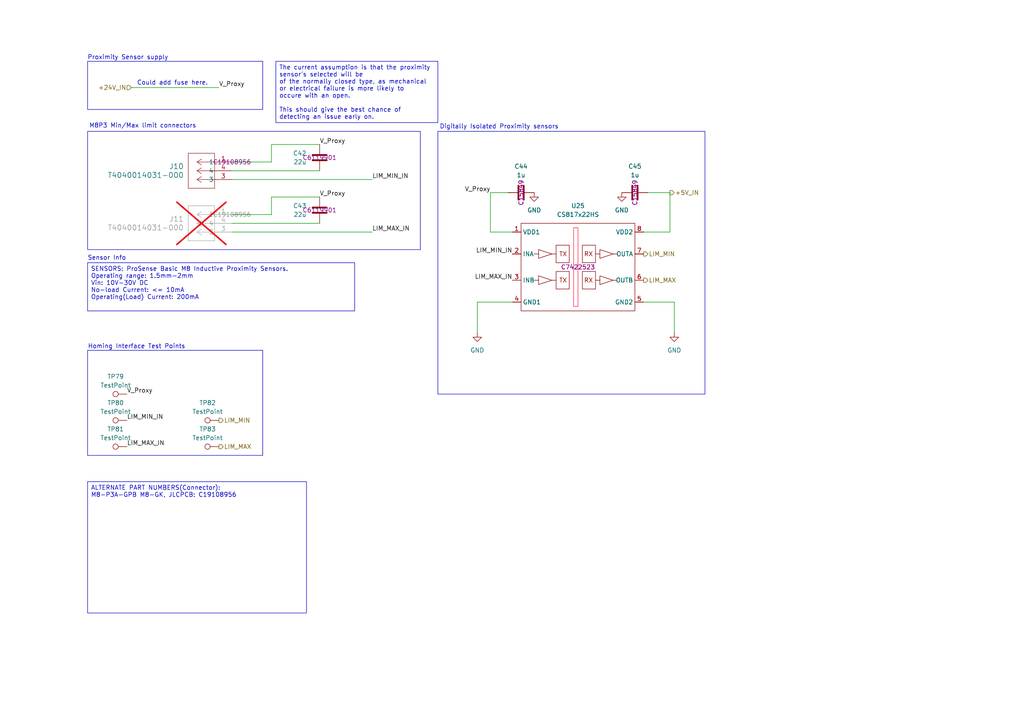
<source format=kicad_sch>
(kicad_sch (version 20250114) (generator "eeschema") (generator_version "9.0")
  (paper "A4")
  (lib_symbols
    (symbol "Connector:TestPoint" (pin_numbers (hide yes)) (pin_names (offset 0.762) (hide yes))
      (property "Reference" "TP" (at 0 6.858 0))
      (property "Value" "TestPoint" (at 0 5.08 0))
      (symbol "TestPoint_0_1"
        (circle (center 0 3.302) (radius 0.762))
      )
      (symbol "TestPoint_1_1"
        (pin passive line (at 0 0 90) (length 2.54) (name "1") (number "1"))
      )
    )
    (symbol "Device:C" (pin_numbers (hide yes)) (pin_names (offset 0.254))
      (property "Reference" "C" (at 0.635 2.54 0))
      (property "Value" "C" (at 0.635 -2.54 0))
      (symbol "C_0_1"
        (polyline (pts (xy -2.032 0.762) (xy 2.032 0.762)) (stroke (width 0.508)))
        (polyline (pts (xy -2.032 -0.762) (xy 2.032 -0.762)) (stroke (width 0.508)))
      )
      (symbol "C_1_1"
        (pin passive line (at 0 3.81 270) (length 2.794) (name "~") (number "1"))
        (pin passive line (at 0 -3.81 90) (length 2.794) (name "~") (number "2"))
      )
    )
    (symbol "M8P3:T4040014031-000" (pin_names (offset 0.254))
      (property "Reference" "J" (at 8.89 6.35 0))
      (property "Value" "T4040014031-000" (at 0 0 0))
      (symbol "T4040014031-000_1_1"
        (polyline (pts (xy 5.08 2.54) (xy 5.08 -7.62)) (stroke (width 0.127)))
        (polyline (pts (xy 5.08 -7.62) (xy 12.7 -7.62)) (stroke (width 0.127)))
        (polyline (pts (xy 10.16 0) (xy 5.08 0)) (stroke (width 0.127)))
        (polyline (pts (xy 10.16 0) (xy 8.89 0.8467)) (stroke (width 0.127)))
        (polyline (pts (xy 10.16 0) (xy 8.89 -0.8467)) (stroke (width 0.127)))
        (polyline (pts (xy 10.16 -2.54) (xy 5.08 -2.54)) (stroke (width 0.127)))
        (polyline (pts (xy 10.16 -2.54) (xy 8.89 -1.6933)) (stroke (width 0.127)))
        (polyline (pts (xy 10.16 -2.54) (xy 8.89 -3.3867)) (stroke (width 0.127)))
        (polyline (pts (xy 10.16 -5.08) (xy 5.08 -5.08)) (stroke (width 0.127)))
        (polyline (pts (xy 10.16 -5.08) (xy 8.89 -4.2333)) (stroke (width 0.127)))
        (polyline (pts (xy 10.16 -5.08) (xy 8.89 -5.9267)) (stroke (width 0.127)))
        (polyline (pts (xy 12.7 2.54) (xy 5.08 2.54)) (stroke (width 0.127)))
        (polyline (pts (xy 12.7 -7.62) (xy 12.7 2.54)) (stroke (width 0.127)))
        (pin unspecified line (at 0 0 0) (length 5.08) (name "1") (number "1"))
        (pin unspecified line (at 0 -2.54 0) (length 5.08) (name "4") (number "4"))
        (pin unspecified line (at 0 -5.08 0) (length 5.08) (name "3") (number "3"))
      )
      (symbol "T4040014031-000_1_2"
        (polyline (pts (xy 5.08 2.54) (xy 5.08 -7.62)) (stroke (width 0.127)))
        (polyline (pts (xy 5.08 -7.62) (xy 12.7 -7.62)) (stroke (width 0.127)))
        (polyline (pts (xy 7.62 0) (xy 5.08 0)) (stroke (width 0.127)))
        (polyline (pts (xy 7.62 0) (xy 8.89 0.8467)) (stroke (width 0.127)))
        (polyline (pts (xy 7.62 0) (xy 8.89 -0.8467)) (stroke (width 0.127)))
        (polyline (pts (xy 7.62 -2.54) (xy 5.08 -2.54)) (stroke (width 0.127)))
        (polyline (pts (xy 7.62 -2.54) (xy 8.89 -1.6933)) (stroke (width 0.127)))
        (polyline (pts (xy 7.62 -2.54) (xy 8.89 -3.3867)) (stroke (width 0.127)))
        (polyline (pts (xy 7.62 -5.08) (xy 5.08 -5.08)) (stroke (width 0.127)))
        (polyline (pts (xy 7.62 -5.08) (xy 8.89 -4.2333)) (stroke (width 0.127)))
        (polyline (pts (xy 7.62 -5.08) (xy 8.89 -5.9267)) (stroke (width 0.127)))
        (polyline (pts (xy 12.7 2.54) (xy 5.08 2.54)) (stroke (width 0.127)))
        (polyline (pts (xy 12.7 -7.62) (xy 12.7 2.54)) (stroke (width 0.127)))
        (pin unspecified line (at 0 0 0) (length 5.08) (name "1") (number "1"))
        (pin unspecified line (at 0 -2.54 0) (length 5.08) (name "4") (number "4"))
        (pin unspecified line (at 0 -5.08 0) (length 5.08) (name "3") (number "3"))
      )
    )
    (symbol "mega_shield:CS817x20HS"
      (property "Reference" "U" (at 0 0 0))
      (property "Value" "CS817x22HS" (at 0 0 0))
      (symbol "CS817x20HS_0_1"
        (rectangle (start -16.51 12.7) (end 16.51 -12.7))
        (polyline (pts (xy -11.43 3.81) (xy -12.7 3.81)))
        (polyline (pts (xy -11.43 -3.81) (xy -12.7 -3.81)))
        (polyline (pts (xy -7.62 3.81) (xy -11.43 2.54) (xy -11.43 5.08) (xy -7.62 3.81)))
        (polyline (pts (xy -7.62 -3.81) (xy -11.43 -5.08) (xy -11.43 -2.54) (xy -7.62 -3.81)))
        (polyline (pts (xy -6.35 3.81) (xy -7.62 3.81)))
        (polyline (pts (xy -6.35 -3.81) (xy -7.62 -3.81)))
        (polyline (pts (xy -2.54 6.35) (xy -2.54 1.27) (xy -6.35 1.27) (xy -6.35 6.35) (xy -2.54 6.35)))
        (polyline (pts (xy -2.54 -1.27) (xy -2.54 -6.35) (xy -6.35 -6.35) (xy -6.35 -1.27) (xy -2.54 -1.27)))
        (polyline (pts (xy 5.08 6.35) (xy 5.08 1.27) (xy 1.27 1.27) (xy 1.27 6.35) (xy 5.08 6.35)))
        (polyline (pts (xy 5.08 -1.27) (xy 5.08 -6.35) (xy 1.27 -6.35) (xy 1.27 -1.27) (xy 5.08 -1.27)))
        (polyline (pts (xy 6.35 3.81) (xy 5.08 3.81)))
        (polyline (pts (xy 6.35 -3.81) (xy 5.08 -3.81)))
        (polyline (pts (xy 10.16 3.81) (xy 11.43 3.81)))
        (polyline (pts (xy 10.16 3.81) (xy 6.35 2.54) (xy 6.35 5.08) (xy 10.16 3.81)))
        (polyline (pts (xy 10.16 -3.81) (xy 11.43 -3.81)))
        (polyline (pts (xy 10.16 -3.81) (xy 6.35 -2.54) (xy 6.35 -5.08) (xy 10.16 -3.81)))
      )
      (symbol "CS817x20HS_1_1"
        (rectangle (start -1.27 11.43) (end 0 -11.43) (stroke (width 0) (color 255 23 61 1)))
        (text "TX" (at -4.318 3.81 0) (effects (font (size 1.27 1.27))))
        (text "TX" (at -4.318 -3.81 0) (effects (font (size 1.27 1.27))))
        (text "RX" (at 3.048 3.81 0) (effects (font (size 1.27 1.27))))
        (text "RX" (at 3.048 -3.81 0) (effects (font (size 1.27 1.27))))
        (pin power_in line (at -19.05 10.16 0) (length 2.54) (name "VDD1") (number "1"))
        (pin input line (at -19.05 3.81 0) (length 2.54) (name "INA") (number "2"))
        (pin input line (at -19.05 -3.81 0) (length 2.54) (name "INB") (number "3"))
        (pin power_in line (at -19.05 -10.16 0) (length 2.54) (name "GND1") (number "4"))
        (pin power_in line (at 19.05 10.16 180) (length 2.54) (name "VDD2") (number "8"))
        (pin output line (at 19.05 3.81 180) (length 2.54) (name "OUTA") (number "7"))
        (pin output line (at 19.05 -3.81 180) (length 2.54) (name "OUTB") (number "6"))
        (pin power_in line (at 19.05 -10.16 180) (length 2.54) (name "GND2") (number "5"))
      )
    )
    (symbol "power:GND" (power) (pin_numbers (hide yes)) (pin_names (offset 0) (hide yes))
      (property "Value" "GND" (at 0 -3.81 0))
      (symbol "GND_0_1"
        (polyline (pts (xy 0 0) (xy 0 -1.27) (xy 1.27 -1.27) (xy 0 -2.54) (xy -1.27 -1.27) (xy 0 -1.27)))
      )
      (symbol "GND_1_1"
        (pin power_in line (at 0 0 270) (length 0) (name "~") (number "1"))
      )
    )
  )
  (rectangle (start 25.4 101.6) (end 76.2 132.08))
  (rectangle (start 25.4 38.1) (end 121.92 72.39))
  (rectangle (start 127 38.1) (end 204.47 114.3))
  (rectangle (start 25.4 17.78) (end 76.2 31.75))
  (text "M8P3 Min/Max limit connectors" (at 41.402 36.576 0) (effects (font (size 1.27 1.27))))
  (text "Homing Interface Test Points" (at 39.624 100.584 0) (effects (font (size 1.27 1.27))))
  (text "Sensor Info" (at 30.988 74.93 0) (effects (font (size 1.27 1.27))))
  (text "Digitally Isolated Proximity sensors" (at 144.78 36.83 0) (effects (font (size 1.27 1.27))))
  (text "Proximity Sensor supply" (at 37.084 16.764 0) (effects (font (size 1.27 1.27))))
  (text "Could add fuse here." (at 50.038 24.13 0) (effects (font (size 1.27 1.27))))
  (text_box "The current assumption is that the proximity sensor's selected will be \nof the normally closed type, as mechanical or electrical failure is more likely to\noccure with an open.\n\nThis should give the best chance of detecting an issue early on." (at 80.01 17.78 0) (size 46.99 17.78) (margins 0.9525 0.9525 0.9525 0.9525) (effects (font (size 1.27 1.27)) (justify left top)))
  (text_box "ALTERNATE PART NUMBERS(Connector):\nM8-P3A-GPB M8-GK, JLCPCB: C19108956\n" (at 25.4 139.7 0) (size 63.5 38.1) (margins 0.9525 0.9525 0.9525 0.9525) (effects (font (size 1.27 1.27)) (justify left top)))
  (text_box "SENSORS: ProSense Basic M8 Inductive Proximity Sensors.\nOperating range: 1.5mm-2mm\nVin: 10V-30V DC\nNo-load Current: <= 10mA\nOperating(Load) Current: 200mA\n" (at 25.4 76.2 0) (size 77.47 13.97) (margins 0.9525 0.9525 0.9525 0.9525) (effects (font (size 1.27 1.27)) (justify left top)))
  (wire (pts (xy 142.24 55.88) (xy 142.24 67.31)))
  (wire (pts (xy 187.96 55.88) (xy 194.31 55.88)))
  (wire (pts (xy 194.31 55.88) (xy 194.31 67.31)))
  (wire (pts (xy 195.58 96.52) (xy 195.58 87.63)))
  (wire (pts (xy 38.1 25.4) (xy 63.5 25.4)))
  (wire (pts (xy 78.74 62.23) (xy 78.74 57.15)))
  (wire (pts (xy 107.95 67.31) (xy 67.31 67.31)))
  (wire (pts (xy 67.31 46.99) (xy 78.74 46.99)))
  (wire (pts (xy 107.95 52.07) (xy 67.31 52.07)))
  (wire (pts (xy 78.74 41.91) (xy 92.71 41.91)))
  (wire (pts (xy 67.31 62.23) (xy 78.74 62.23)))
  (wire (pts (xy 138.43 87.63) (xy 138.43 96.52)))
  (wire (pts (xy 78.74 46.99) (xy 78.74 41.91)))
  (wire (pts (xy 148.59 87.63) (xy 138.43 87.63)))
  (wire (pts (xy 147.32 55.88) (xy 142.24 55.88)))
  (wire (pts (xy 78.74 57.15) (xy 92.71 57.15)))
  (wire (pts (xy 92.71 49.53) (xy 67.31 49.53)))
  (wire (pts (xy 92.71 64.77) (xy 67.31 64.77)))
  (wire (pts (xy 186.69 87.63) (xy 195.58 87.63)))
  (wire (pts (xy 142.24 67.31) (xy 148.59 67.31)))
  (wire (pts (xy 194.31 67.31) (xy 186.69 67.31)))
  (label "V_Proxy" (at 36.83 114.3 0))
  (label "LIM_MIN_IN" (at 107.95 52.07 0))
  (label "V_Proxy" (at 63.5 25.4 0))
  (label "LIM_MIN_IN" (at 148.59 73.66 180))
  (label "LIM_MAX_IN" (at 148.59 81.28 180))
  (label "LIM_MAX_IN" (at 36.83 129.54 0))
  (label "LIM_MAX_IN" (at 107.95 67.31 0))
  (label "V_Proxy" (at 142.24 55.88 180))
  (label "LIM_MIN_IN" (at 36.83 121.92 0))
  (label "V_Proxy" (at 92.71 57.15 0))
  (label "V_Proxy" (at 92.71 41.91 0))
  (hierarchical_label "LIM_MIN" (shape output) (at 186.69 73.66 0))
  (hierarchical_label "+5V_IN" (shape output) (at 194.31 55.88 0))
  (hierarchical_label "LIM_MAX" (shape output) (at 63.5 129.54 0))
  (hierarchical_label "+24V_IN" (shape input) (at 38.1 25.4 180))
  (hierarchical_label "LIM_MAX" (shape output) (at 186.69 81.28 0))
  (hierarchical_label "LIM_MIN" (shape output) (at 63.5 121.92 0))
  (symbol (lib_id "Device:C") (at 92.71 60.96 0) (mirror y) (unit 1)
    (property "Reference" "C39" (at 88.9 59.6899 0) (effects (justify left)))
    (property "Value" "22u" (at 88.9 62.2299 0) (effects (justify left)))
    (property "Footprint" "Capacitor_SMD:C_0805_2012Metric" (effects (hide yes)))
    (property "Description" "Unpolarized capacitor" (effects (hide yes)))
    (property "jlcpcb" "C6119901" (at 92.71 60.96 0))
    (instances (project "mega_shield" (path "" (reference "C43") (unit 1)) (path "" (reference "C39") (unit 1)) (path "" (reference "C51") (unit 1)) (path "" (reference "C55") (unit 1)) (path "" (reference "C47") (unit 1))))
  )
  (symbol (lib_id "power:GND") (at 138.43 96.52 0) (unit 1)
    (property "Reference" "#PWR0119" (effects (hide yes)))
    (property "Value" "GND" (at 138.43 101.6 0))
    (property "Description" "Power symbol creates a global label with name \"GND\" , ground" (effects (hide yes)))
    (instances (project "mega_shield" (path "" (reference "#PWR0125") (unit 1)) (path "" (reference "#PWR0119") (unit 1)) (path "" (reference "#PWR0141") (unit 1)) (path "" (reference "#PWR0147") (unit 1)) (path "" (reference "#PWR0131") (unit 1))))
  )
  (symbol (lib_id "Device:C") (at 92.71 45.72 0) (mirror y) (unit 1)
    (property "Reference" "C38" (at 88.9 44.4499 0) (effects (justify left)))
    (property "Value" "22u" (at 88.9 46.9899 0) (effects (justify left)))
    (property "Footprint" "Capacitor_SMD:C_0805_2012Metric" (effects (hide yes)))
    (property "Description" "Unpolarized capacitor" (effects (hide yes)))
    (property "jlcpcb" "C6119901" (at 92.71 45.72 0))
    (instances (project "mega_shield" (path "" (reference "C42") (unit 1)) (path "" (reference "C38") (unit 1)) (path "" (reference "C50") (unit 1)) (path "" (reference "C54") (unit 1)) (path "" (reference "C46") (unit 1))))
  )
  (symbol (lib_id "power:GND") (at 180.34 55.88 0) (unit 1)
    (property "Reference" "#PWR0121" (effects (hide yes)))
    (property "Value" "GND" (at 180.34 60.96 0))
    (property "Description" "Power symbol creates a global label with name \"GND\" , ground" (effects (hide yes)))
    (instances (project "mega_shield" (path "" (reference "#PWR0127") (unit 1)) (path "" (reference "#PWR0121") (unit 1)) (path "" (reference "#PWR0143") (unit 1)) (path "" (reference "#PWR0149") (unit 1)) (path "" (reference "#PWR0133") (unit 1))))
  )
  (symbol (lib_id "power:GND") (at 154.94 55.88 0) (unit 1)
    (property "Reference" "#PWR0120" (effects (hide yes)))
    (property "Value" "GND" (at 154.94 60.96 0))
    (property "Description" "Power symbol creates a global label with name \"GND\" , ground" (effects (hide yes)))
    (instances (project "mega_shield" (path "" (reference "#PWR0126") (unit 1)) (path "" (reference "#PWR0120") (unit 1)) (path "" (reference "#PWR0142") (unit 1)) (path "" (reference "#PWR0148") (unit 1)) (path "" (reference "#PWR0132") (unit 1))))
  )
  (symbol (lib_id "Connector:TestPoint") (at 36.83 114.3 90) (unit 1) (in_bom no)
    (property "Reference" "TP74" (at 33.528 109.22 90))
    (property "Value" "TestPoint" (at 33.528 111.76 90))
    (property "Footprint" "TestPoint:TestPoint_Pad_1.0x1.0mm" (effects (hide yes)))
    (property "Description" "test point" (effects (hide yes)))
    (instances (project "" (path "" (reference "TP79") (unit 1)) (path "" (reference "TP74") (unit 1)) (path "" (reference "TP89") (unit 1)) (path "" (reference "TP94") (unit 1)) (path "" (reference "TP84") (unit 1))))
  )
  (symbol (lib_id "M8P3:T4040014031-000") (at 67.31 46.99 0) (mirror y) (unit 1)
    (property "Reference" "J8" (at 53.34 48.2599 0) (effects (font (size 1.524 1.524)) (justify left)))
    (property "Value" "T4040014031-000" (at 53.34 50.7999 0) (effects (font (size 1.524 1.524)) (justify left)))
    (property "Footprint" "footprints:CONN3_T4040014031-000_TEC" (effects (hide yes)))
    (property "Datasheet" "T4040014031-000" (effects (hide yes)))
    (property "jlcpcb" "C19108956" (at 67.31 46.99 0))
    (instances (project "mega_shield" (path "" (reference "J10") (unit 1)) (path "" (reference "J8") (unit 1)) (path "" (reference "J16") (unit 1)) (path "" (reference "J18") (unit 1)) (path "" (reference "J12") (unit 1))))
  )
  (symbol (lib_id "M8P3:T4040014031-000") (at 67.31 62.23 0) (mirror y) (unit 1) (in_bom no) (dnp yes)
    (property "Reference" "J9" (at 53.34 63.4999 0) (effects (font (size 1.524 1.524)) (justify left)))
    (property "Value" "T4040014031-000" (at 53.34 66.0399 0) (effects (font (size 1.524 1.524)) (justify left)))
    (property "Footprint" "footprints:CONN3_T4040014031-000_TEC" (effects (hide yes)))
    (property "Datasheet" "T4040014031-000" (effects (hide yes)))
    (property "jlcpcb" "C19108956" (at 67.31 62.23 0))
    (instances (project "mega_shield" (path "" (reference "J11") (unit 1)) (path "" (reference "J9") (unit 1)) (path "" (reference "J17") (unit 1)) (path "" (reference "J19") (unit 1)) (path "" (reference "J13") (unit 1))))
  )
  (symbol (lib_id "Device:C") (at 184.15 55.88 90) (unit 1)
    (property "Reference" "C41" (at 184.15 48.26 90))
    (property "Value" "1u" (at 184.15 50.8 90))
    (property "Footprint" "Capacitor_SMD:C_0201_0603Metric" (effects (hide yes)))
    (property "Description" "Unpolarized capacitor" (effects (hide yes)))
    (property "jlcpcb" "C15849" (at 184.15 55.88 0))
    (instances (project "mega_shield" (path "" (reference "C45") (unit 1)) (path "" (reference "C41") (unit 1)) (path "" (reference "C53") (unit 1)) (path "" (reference "C57") (unit 1)) (path "" (reference "C49") (unit 1))))
  )
  (symbol (lib_id "Connector:TestPoint") (at 36.83 121.92 90) (unit 1) (in_bom no)
    (property "Reference" "TP75" (at 33.528 116.84 90))
    (property "Value" "TestPoint" (at 33.528 119.38 90))
    (property "Footprint" "TestPoint:TestPoint_Pad_1.0x1.0mm" (effects (hide yes)))
    (property "Description" "test point" (effects (hide yes)))
    (instances (project "mega_shield" (path "" (reference "TP80") (unit 1)) (path "" (reference "TP75") (unit 1)) (path "" (reference "TP90") (unit 1)) (path "" (reference "TP95") (unit 1)) (path "" (reference "TP85") (unit 1))))
  )
  (symbol (lib_id "Connector:TestPoint") (at 63.5 129.54 90) (unit 1) (in_bom no)
    (property "Reference" "TP78" (at 60.198 124.46 90))
    (property "Value" "TestPoint" (at 60.198 127 90))
    (property "Footprint" "TestPoint:TestPoint_Pad_1.0x1.0mm" (effects (hide yes)))
    (property "Description" "test point" (effects (hide yes)))
    (instances (project "mega_shield" (path "" (reference "TP83") (unit 1)) (path "" (reference "TP78") (unit 1)) (path "" (reference "TP93") (unit 1)) (path "" (reference "TP98") (unit 1)) (path "" (reference "TP88") (unit 1))))
  )
  (symbol (lib_id "Device:C") (at 151.13 55.88 90) (unit 1)
    (property "Reference" "C40" (at 151.13 48.26 90))
    (property "Value" "1u" (at 151.13 50.8 90))
    (property "Footprint" "Capacitor_SMD:C_0201_0603Metric" (effects (hide yes)))
    (property "Description" "Unpolarized capacitor" (effects (hide yes)))
    (property "jlcpcb" "C15849" (at 151.13 55.88 0))
    (instances (project "mega_shield" (path "" (reference "C44") (unit 1)) (path "" (reference "C40") (unit 1)) (path "" (reference "C52") (unit 1)) (path "" (reference "C56") (unit 1)) (path "" (reference "C48") (unit 1))))
  )
  (symbol (lib_id "mega_shield:CS817x20HS") (at 167.64 77.47 0) (unit 1)
    (property "Reference" "U24" (at 167.64 59.69 0))
    (property "Value" "CS817x22HS" (at 167.64 62.23 0))
    (property "Footprint" "Package_SO:SOIC-8_3.9x4.9mm_P1.27mm" (effects (hide yes)))
    (property "Description" "Low-Power Dual-Channel Digital Isolator" (effects (hide yes)))
    (property "jlcpcb" "C7422523" (at 167.64 77.47 0))
    (instances (project "mega_shield" (path "" (reference "U25") (unit 1)) (path "" (reference "U24") (unit 1)) (path "" (reference "U27") (unit 1)) (path "" (reference "U28") (unit 1)) (path "" (reference "U26") (unit 1))))
  )
  (symbol (lib_id "Connector:TestPoint") (at 36.83 129.54 90) (unit 1) (in_bom no)
    (property "Reference" "TP76" (at 33.528 124.46 90))
    (property "Value" "TestPoint" (at 33.528 127 90))
    (property "Footprint" "TestPoint:TestPoint_Pad_1.0x1.0mm" (effects (hide yes)))
    (property "Description" "test point" (effects (hide yes)))
    (instances (project "mega_shield" (path "" (reference "TP81") (unit 1)) (path "" (reference "TP76") (unit 1)) (path "" (reference "TP91") (unit 1)) (path "" (reference "TP96") (unit 1)) (path "" (reference "TP86") (unit 1))))
  )
  (symbol (lib_id "Connector:TestPoint") (at 63.5 121.92 90) (unit 1) (in_bom no)
    (property "Reference" "TP77" (at 60.198 116.84 90))
    (property "Value" "TestPoint" (at 60.198 119.38 90))
    (property "Footprint" "TestPoint:TestPoint_Pad_1.0x1.0mm" (effects (hide yes)))
    (property "Description" "test point" (effects (hide yes)))
    (instances (project "mega_shield" (path "" (reference "TP82") (unit 1)) (path "" (reference "TP77") (unit 1)) (path "" (reference "TP92") (unit 1)) (path "" (reference "TP97") (unit 1)) (path "" (reference "TP87") (unit 1))))
  )
  (symbol (lib_id "power:GND") (at 195.58 96.52 0) (unit 1)
    (property "Reference" "#PWR0122" (effects (hide yes)))
    (property "Value" "GND" (at 195.58 101.6 0))
    (property "Description" "Power symbol creates a global label with name \"GND\" , ground" (effects (hide yes)))
    (instances (project "mega_shield" (path "" (reference "#PWR0128") (unit 1)) (path "" (reference "#PWR0122") (unit 1)) (path "" (reference "#PWR0144") (unit 1)) (path "" (reference "#PWR0150") (unit 1)) (path "" (reference "#PWR0134") (unit 1))))
  )
)
</source>
